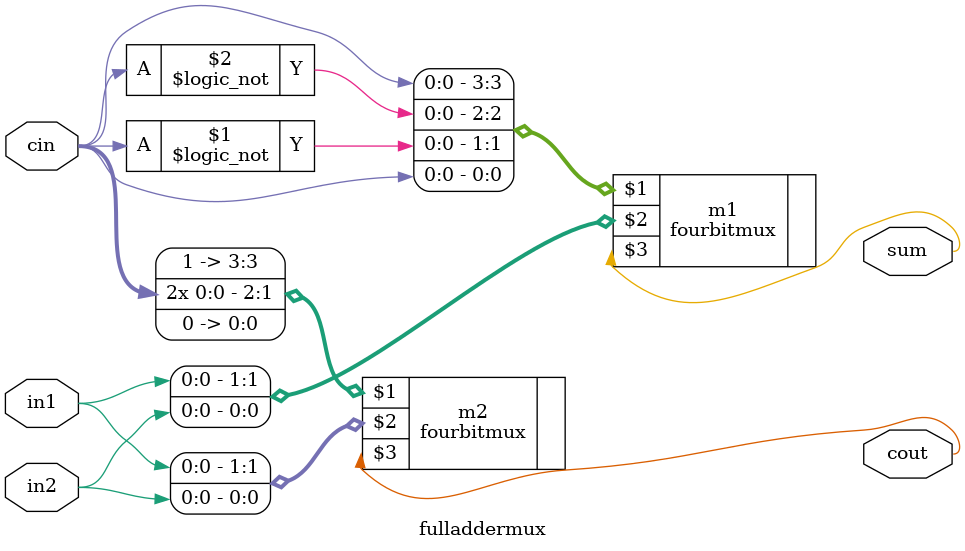
<source format=v>
module halfadder(in1, in2, sum, cout);
	input wire in1, in2;
	output wire sum, cout;
	assign sum = in1 ^ in2;
	assign cout = in1 & in2;
endmodule

module fulladder(in1, in2, cin, sum, cout);
	input wire in1, in2, cin;
	output wire sum, cout;
	assign sum = in1 ^ in2 ^ cin;
	assign cout = (in1 & in2) | (in2 & cin) | (cin & in1);
endmodule

module fourbitadder(in1, in2, cin, sum, cout);
	input wire[3: 0] in1;
	input wire[3: 0] in2;
	input wire cin;
	output wire[3: 0] sum;
	output wire cout;
	wire[2: 0] _cout;
	fulladder f1(in1[0], in2[0], cin, sum[0], _cout[0]);
	fulladder f2(in1[1], in2[1], _cout[0], sum[1], _cout[1]);
	fulladder f3(in1[2], in2[2], _cout[1], sum[2], _cout[2]);
	fulladder f4(in1[3], in2[3], _cout[2], sum[3], cout);
endmodule

module addersubtractor(in1, in2, s, out, cout);
	input wire[3: 0] in1;
	input wire[3: 0] in2;
	input wire s;
	output wire[3: 0] out;
	output wire cout;
	fourbitadder a(in1, {in2[3] ^ s, in2[2] ^ s, in2[1] ^ s, in2[0] ^ s}, s, out, cout);
endmodule

module fulladdermux(in1, in2, cin, sum, cout);
	input wire in1, in2, cin;
	output wire sum, cout;
	fourbitmux m1({cin, !cin, !cin, cin}, {in1, in2}, sum);
	fourbitmux m2({1'b1, cin, cin, 1'b0}, {in1, in2}, cout);
endmodule

</source>
